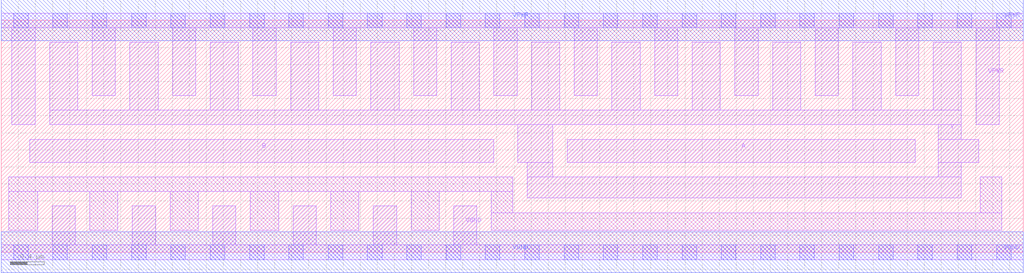
<source format=lef>
# Copyright 2020 The SkyWater PDK Authors
#
# Licensed under the Apache License, Version 2.0 (the "License");
# you may not use this file except in compliance with the License.
# You may obtain a copy of the License at
#
#     https://www.apache.org/licenses/LICENSE-2.0
#
# Unless required by applicable law or agreed to in writing, software
# distributed under the License is distributed on an "AS IS" BASIS,
# WITHOUT WARRANTIES OR CONDITIONS OF ANY KIND, either express or implied.
# See the License for the specific language governing permissions and
# limitations under the License.
#
# SPDX-License-Identifier: Apache-2.0

VERSION 5.7 ;
  NAMESCASESENSITIVE ON ;
  NOWIREEXTENSIONATPIN ON ;
  DIVIDERCHAR "/" ;
  BUSBITCHARS "[]" ;
UNITS
  DATABASE MICRONS 200 ;
END UNITS
PROPERTYDEFINITIONS
  MACRO maskLayoutSubType STRING ;
  MACRO prCellType STRING ;
  MACRO originalViewName STRING ;
END PROPERTYDEFINITIONS
MACRO sky130_fd_sc_hdll__nand2_12
  CLASS CORE ;
  FOREIGN sky130_fd_sc_hdll__nand2_12 ;
  ORIGIN  0.000000  0.000000 ;
  SIZE  11.96000 BY  2.720000 ;
  SYMMETRY X Y R90 ;
  SITE unithd ;
  PIN A
    ANTENNAGATEAREA  3.330000 ;
    DIRECTION INPUT ;
    USE SIGNAL ;
    PORT
      LAYER li1 ;
        RECT 6.625000 1.055000 10.695000 1.325000 ;
    END
  END A
  PIN B
    ANTENNAGATEAREA  3.330000 ;
    DIRECTION INPUT ;
    USE SIGNAL ;
    PORT
      LAYER li1 ;
        RECT 0.335000 1.055000 5.765000 1.325000 ;
    END
  END B
  PIN VGND
    ANTENNADIFFAREA  1.443000 ;
    DIRECTION INOUT ;
    USE SIGNAL ;
    PORT
      LAYER li1 ;
        RECT 0.000000 -0.085000 11.960000 0.085000 ;
        RECT 0.595000  0.085000  0.865000 0.545000 ;
        RECT 1.535000  0.085000  1.805000 0.545000 ;
        RECT 2.475000  0.085000  2.745000 0.545000 ;
        RECT 3.415000  0.085000  3.685000 0.545000 ;
        RECT 4.355000  0.085000  4.625000 0.545000 ;
        RECT 5.295000  0.085000  5.565000 0.545000 ;
      LAYER mcon ;
        RECT  0.145000 -0.085000  0.315000 0.085000 ;
        RECT  0.605000 -0.085000  0.775000 0.085000 ;
        RECT  1.065000 -0.085000  1.235000 0.085000 ;
        RECT  1.525000 -0.085000  1.695000 0.085000 ;
        RECT  1.985000 -0.085000  2.155000 0.085000 ;
        RECT  2.445000 -0.085000  2.615000 0.085000 ;
        RECT  2.905000 -0.085000  3.075000 0.085000 ;
        RECT  3.365000 -0.085000  3.535000 0.085000 ;
        RECT  3.825000 -0.085000  3.995000 0.085000 ;
        RECT  4.285000 -0.085000  4.455000 0.085000 ;
        RECT  4.745000 -0.085000  4.915000 0.085000 ;
        RECT  5.205000 -0.085000  5.375000 0.085000 ;
        RECT  5.665000 -0.085000  5.835000 0.085000 ;
        RECT  6.125000 -0.085000  6.295000 0.085000 ;
        RECT  6.585000 -0.085000  6.755000 0.085000 ;
        RECT  7.045000 -0.085000  7.215000 0.085000 ;
        RECT  7.505000 -0.085000  7.675000 0.085000 ;
        RECT  7.965000 -0.085000  8.135000 0.085000 ;
        RECT  8.425000 -0.085000  8.595000 0.085000 ;
        RECT  8.885000 -0.085000  9.055000 0.085000 ;
        RECT  9.345000 -0.085000  9.515000 0.085000 ;
        RECT  9.805000 -0.085000  9.975000 0.085000 ;
        RECT 10.265000 -0.085000 10.435000 0.085000 ;
        RECT 10.725000 -0.085000 10.895000 0.085000 ;
        RECT 11.185000 -0.085000 11.355000 0.085000 ;
        RECT 11.645000 -0.085000 11.815000 0.085000 ;
      LAYER met1 ;
        RECT 0.000000 -0.240000 11.960000 0.240000 ;
    END
  END VGND
  PIN VPWR
    ANTENNADIFFAREA  3.730000 ;
    DIRECTION INOUT ;
    USE SIGNAL ;
    PORT
      LAYER li1 ;
        RECT  0.000000 2.635000 11.960000 2.805000 ;
        RECT  0.125000 1.495000  0.395000 2.635000 ;
        RECT  1.065000 1.835000  1.335000 2.635000 ;
        RECT  2.005000 1.835000  2.275000 2.635000 ;
        RECT  2.945000 1.835000  3.215000 2.635000 ;
        RECT  3.885000 1.835000  4.155000 2.635000 ;
        RECT  4.825000 1.835000  5.095000 2.635000 ;
        RECT  5.765000 1.835000  6.035000 2.635000 ;
        RECT  6.705000 1.835000  6.975000 2.635000 ;
        RECT  7.645000 1.835000  7.915000 2.635000 ;
        RECT  8.585000 1.835000  8.855000 2.635000 ;
        RECT  9.525000 1.835000  9.795000 2.635000 ;
        RECT 10.465000 1.835000 10.735000 2.635000 ;
        RECT 11.405000 1.495000 11.675000 2.635000 ;
      LAYER mcon ;
        RECT  0.145000 2.635000  0.315000 2.805000 ;
        RECT  0.605000 2.635000  0.775000 2.805000 ;
        RECT  1.065000 2.635000  1.235000 2.805000 ;
        RECT  1.525000 2.635000  1.695000 2.805000 ;
        RECT  1.985000 2.635000  2.155000 2.805000 ;
        RECT  2.445000 2.635000  2.615000 2.805000 ;
        RECT  2.905000 2.635000  3.075000 2.805000 ;
        RECT  3.365000 2.635000  3.535000 2.805000 ;
        RECT  3.825000 2.635000  3.995000 2.805000 ;
        RECT  4.285000 2.635000  4.455000 2.805000 ;
        RECT  4.745000 2.635000  4.915000 2.805000 ;
        RECT  5.205000 2.635000  5.375000 2.805000 ;
        RECT  5.665000 2.635000  5.835000 2.805000 ;
        RECT  6.125000 2.635000  6.295000 2.805000 ;
        RECT  6.585000 2.635000  6.755000 2.805000 ;
        RECT  7.045000 2.635000  7.215000 2.805000 ;
        RECT  7.505000 2.635000  7.675000 2.805000 ;
        RECT  7.965000 2.635000  8.135000 2.805000 ;
        RECT  8.425000 2.635000  8.595000 2.805000 ;
        RECT  8.885000 2.635000  9.055000 2.805000 ;
        RECT  9.345000 2.635000  9.515000 2.805000 ;
        RECT  9.805000 2.635000  9.975000 2.805000 ;
        RECT 10.265000 2.635000 10.435000 2.805000 ;
        RECT 10.725000 2.635000 10.895000 2.805000 ;
        RECT 11.185000 2.635000 11.355000 2.805000 ;
        RECT 11.645000 2.635000 11.815000 2.805000 ;
      LAYER met1 ;
        RECT 0.000000 2.480000 11.960000 2.960000 ;
    END
  END VPWR
  PIN Y
    ANTENNADIFFAREA  4.858000 ;
    DIRECTION OUTPUT ;
    USE SIGNAL ;
    PORT
      LAYER li1 ;
        RECT  0.565000 1.495000 11.235000 1.665000 ;
        RECT  0.565000 1.665000  0.895000 2.465000 ;
        RECT  1.505000 1.665000  1.835000 2.465000 ;
        RECT  2.445000 1.665000  2.775000 2.465000 ;
        RECT  3.385000 1.665000  3.715000 2.465000 ;
        RECT  4.325000 1.665000  4.655000 2.465000 ;
        RECT  5.265000 1.665000  5.595000 2.465000 ;
        RECT  6.045000 1.055000  6.455000 1.495000 ;
        RECT  6.155000 0.635000 11.235000 0.885000 ;
        RECT  6.155000 0.885000  6.455000 1.055000 ;
        RECT  6.205000 1.665000  6.535000 2.465000 ;
        RECT  7.145000 1.665000  7.475000 2.465000 ;
        RECT  8.085000 1.665000  8.415000 2.465000 ;
        RECT  9.025000 1.665000  9.355000 2.465000 ;
        RECT  9.965000 1.665000 10.295000 2.465000 ;
        RECT 10.905000 1.665000 11.235000 2.465000 ;
        RECT 10.965000 0.885000 11.235000 1.055000 ;
        RECT 10.965000 1.055000 11.435000 1.325000 ;
        RECT 10.965000 1.325000 11.235000 1.495000 ;
    END
  END Y
  OBS
    LAYER li1 ;
      RECT  0.090000 0.255000  0.425000 0.715000 ;
      RECT  0.090000 0.715000  5.985000 0.885000 ;
      RECT  1.035000 0.255000  1.365000 0.715000 ;
      RECT  1.975000 0.255000  2.305000 0.715000 ;
      RECT  2.915000 0.255000  3.245000 0.715000 ;
      RECT  3.855000 0.255000  4.185000 0.715000 ;
      RECT  4.795000 0.255000  5.125000 0.715000 ;
      RECT  5.735000 0.255000 11.705000 0.465000 ;
      RECT  5.735000 0.465000  5.985000 0.715000 ;
      RECT 11.455000 0.465000 11.705000 0.885000 ;
  END
  PROPERTY maskLayoutSubType "abstract" ;
  PROPERTY prCellType "standard" ;
  PROPERTY originalViewName "layout" ;
END sky130_fd_sc_hdll__nand2_12

</source>
